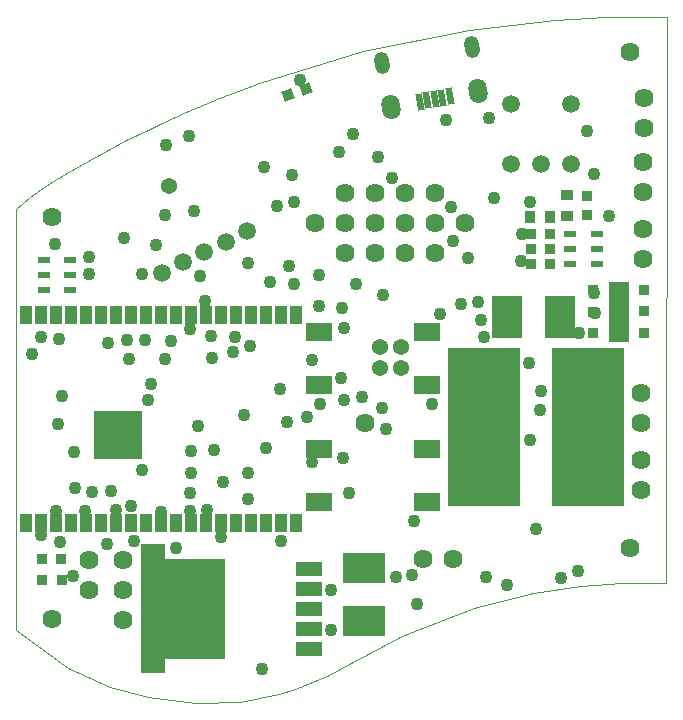
<source format=gts>
G04 Layer_Color=8388736*
%FSAX44Y44*%
%MOMM*%
G71*
G01*
G75*
%ADD36C,0.0100*%
%ADD64R,1.0320X0.6220*%
%ADD65R,0.8500X0.9000*%
%ADD66R,1.7000X5.2000*%
%ADD67R,3.5500X2.5000*%
%ADD68R,2.5000X3.5500*%
%ADD69R,0.9500X0.9500*%
%ADD70R,0.9500X0.9500*%
%ADD71P,1.2728X4X335.0*%
%ADD72R,0.9000X0.9000*%
G04:AMPARAMS|DCode=73|XSize=0.55mm|YSize=1.4mm|CornerRadius=0mm|HoleSize=0mm|Usage=FLASHONLY|Rotation=10.000|XOffset=0mm|YOffset=0mm|HoleType=Round|Shape=Rectangle|*
%AMROTATEDRECTD73*
4,1,4,-0.1493,-0.7371,-0.3924,0.6416,0.1493,0.7371,0.3924,-0.6416,-0.1493,-0.7371,0.0*
%
%ADD73ROTATEDRECTD73*%

%ADD74R,6.2000X13.4000*%
%ADD75R,0.9500X1.0000*%
%ADD76R,1.0000X0.9500*%
%ADD77R,2.2000X1.5000*%
%ADD78R,4.1000X4.1000*%
%ADD79R,1.0300X1.5500*%
%ADD80R,2.2600X1.1700*%
%ADD81R,7.0900X8.4300*%
%ADD82R,2.0100X1.3350*%
%ADD83C,1.6240*%
G04:AMPARAMS|DCode=84|XSize=1.25mm|YSize=1.9mm|CornerRadius=0mm|HoleSize=0mm|Usage=FLASHONLY|Rotation=10.000|XOffset=0mm|YOffset=0mm|HoleType=Round|Shape=Round|*
%AMOVALD84*
21,1,0.6500,1.2500,0.0000,0.0000,100.0*
1,1,1.2500,0.0564,-0.3201*
1,1,1.2500,-0.0564,0.3201*
%
%ADD84OVALD84*%

%ADD85C,0.1000*%
G04:AMPARAMS|DCode=86|XSize=1.55mm|YSize=2.1mm|CornerRadius=0mm|HoleSize=0mm|Usage=FLASHONLY|Rotation=10.000|XOffset=0mm|YOffset=0mm|HoleType=Round|Shape=Round|*
%AMOVALD86*
21,1,0.5500,1.5500,0.0000,0.0000,100.0*
1,1,1.5500,0.0478,-0.2708*
1,1,1.5500,-0.0478,0.2708*
%
%ADD86OVALD86*%

%ADD87C,1.5000*%
%ADD88P,0.1414X4X71.0*%
%ADD89C,1.3700*%
%ADD90C,1.1000*%
D36*
X00367080Y00277893D02*
X00410830Y00245893D01*
X00446080Y00229893D01*
X00478330Y00221893D01*
X00519080Y00216643D01*
X00556330Y00217643D01*
X00589080Y00224393D01*
X00603330Y00228643D01*
X00629830Y00239643D01*
X00650830Y00250143D01*
X00691580Y00272393D01*
X00702080Y00276893D01*
X00754330Y00296893D01*
X00804830Y00309393D01*
X00844830Y00315393D01*
X00879080Y00317643D01*
X00916830Y00317893D01*
X00917580Y00797643D01*
X00865080D02*
X00917580D01*
X00822830Y00795143D02*
X00865080Y00797643D01*
X00750580Y00786393D02*
X00822830Y00795143D01*
X00660830Y00768643D02*
X00750580Y00786393D01*
X00572580Y00741393D02*
X00660830Y00768643D01*
X00557080Y00735643D02*
X00572580Y00741393D01*
X00538830Y00728643D02*
X00557080Y00735643D01*
X00520830Y00721143D02*
X00538830Y00728643D01*
X00512330Y00717393D02*
X00520830Y00721143D01*
X00488580Y00706893D02*
X00512330Y00717393D01*
X00478580Y00701893D02*
X00488580Y00706893D01*
X00460080Y00692893D02*
X00478580Y00701893D01*
X00436830Y00680643D02*
X00460080Y00692893D01*
X00420330Y00671393D02*
X00436830Y00680643D01*
X00404330Y00662143D02*
X00420330Y00671393D01*
X00400080Y00659393D02*
X00404330Y00662143D01*
X00390330Y00653143D02*
X00400080Y00659393D01*
X00379080Y00644893D02*
X00390330Y00653143D01*
X00367080Y00634643D02*
X00379080Y00644893D01*
X00367080Y00277893D02*
Y00634643D01*
D64*
X00858330Y00613693D02*
D03*
Y00600893D02*
D03*
Y00588093D02*
D03*
X00836230D02*
D03*
Y00600893D02*
D03*
Y00613693D02*
D03*
X00412930Y00566193D02*
D03*
Y00578993D02*
D03*
Y00591793D02*
D03*
X00390830D02*
D03*
Y00578993D02*
D03*
Y00566193D02*
D03*
D65*
X00855330Y00566393D02*
D03*
X00898830D02*
D03*
X00855330Y00529393D02*
D03*
X00898830D02*
D03*
X00855330Y00547893D02*
D03*
X00898830Y00548393D02*
D03*
D66*
X00877080Y00547893D02*
D03*
D67*
X00661580Y00285593D02*
D03*
Y00330593D02*
D03*
D68*
X00827380Y00543593D02*
D03*
X00782380D02*
D03*
D69*
X00803230Y00600893D02*
D03*
X00818730D02*
D03*
X00803230Y00588093D02*
D03*
X00818730D02*
D03*
X00803230Y00613693D02*
D03*
X00818730D02*
D03*
D70*
X00849980Y00645443D02*
D03*
Y00629943D02*
D03*
D71*
X00597228Y00730871D02*
D03*
X00612733Y00736515D02*
D03*
D72*
X00388481Y00338693D02*
D03*
X00404981D02*
D03*
X00388997Y00320793D02*
D03*
X00405497D02*
D03*
D73*
X00708476Y00725507D02*
D03*
X00714877Y00726636D02*
D03*
X00721279Y00727764D02*
D03*
X00727680Y00728893D02*
D03*
X00734081Y00730022D02*
D03*
D74*
X00850977Y00449893D02*
D03*
X00762977D02*
D03*
D75*
X00819130Y00627793D02*
D03*
X00801630D02*
D03*
D76*
X00833480Y00646443D02*
D03*
Y00628943D02*
D03*
D77*
X00623680Y00431593D02*
D03*
X00714680D02*
D03*
X00623680Y00386593D02*
D03*
X00714680D02*
D03*
X00623680Y00530593D02*
D03*
X00714680D02*
D03*
X00623680Y00485593D02*
D03*
X00714680D02*
D03*
D78*
X00453080Y00442993D02*
D03*
D79*
X00375180Y00544893D02*
D03*
X00387880D02*
D03*
X00400580D02*
D03*
X00413280D02*
D03*
X00425980D02*
D03*
X00438680D02*
D03*
X00451380D02*
D03*
X00464080D02*
D03*
X00476780D02*
D03*
X00489480D02*
D03*
X00502180D02*
D03*
X00514880D02*
D03*
X00527580D02*
D03*
X00540280D02*
D03*
X00552980D02*
D03*
X00565680D02*
D03*
X00578380D02*
D03*
X00591080D02*
D03*
X00603780D02*
D03*
Y00368693D02*
D03*
X00591080D02*
D03*
X00578380D02*
D03*
X00565680D02*
D03*
X00552980D02*
D03*
X00540280D02*
D03*
X00527580D02*
D03*
X00514880D02*
D03*
X00502180D02*
D03*
X00489480D02*
D03*
X00476780D02*
D03*
X00464080D02*
D03*
X00451380D02*
D03*
X00438680D02*
D03*
X00425980D02*
D03*
X00413280D02*
D03*
X00400580D02*
D03*
X00387880D02*
D03*
X00375180D02*
D03*
D80*
X00614761Y00262093D02*
D03*
Y00279093D02*
D03*
Y00296093D02*
D03*
Y00313093D02*
D03*
Y00330093D02*
D03*
D81*
X00508011Y00296093D02*
D03*
D82*
X00482611Y00343918D02*
D03*
Y00248268D02*
D03*
D83*
X00662180Y00453593D02*
D03*
X00620080Y00622893D02*
D03*
X00645480D02*
D03*
X00670880D02*
D03*
X00696280D02*
D03*
X00721680D02*
D03*
X00747080D02*
D03*
X00721680Y00648293D02*
D03*
X00696280D02*
D03*
X00670880D02*
D03*
X00645480D02*
D03*
X00721680Y00597493D02*
D03*
X00696280D02*
D03*
X00670880D02*
D03*
X00645480D02*
D03*
X00457280Y00287093D02*
D03*
Y00312493D02*
D03*
Y00337893D02*
D03*
X00898080Y00617393D02*
D03*
Y00591993D02*
D03*
X00895880Y00422393D02*
D03*
Y00396993D02*
D03*
X00896380Y00478693D02*
D03*
Y00453293D02*
D03*
X00898580Y00728493D02*
D03*
Y00703093D02*
D03*
X00897780Y00674493D02*
D03*
Y00649093D02*
D03*
X00428680Y00337593D02*
D03*
Y00312193D02*
D03*
X00736680Y00338693D02*
D03*
X00711280D02*
D03*
X00887080Y00767893D02*
D03*
Y00347893D02*
D03*
X00397080Y00287893D02*
D03*
Y00627893D02*
D03*
D84*
X00676519Y00758458D02*
D03*
X00752841Y00771916D02*
D03*
D85*
X00743902Y00743431D02*
D03*
X00694662Y00734748D02*
D03*
X00493380Y00665793D02*
D03*
D86*
X00757963Y00734233D02*
D03*
X00684595Y00721296D02*
D03*
D87*
X00836980Y00723525D02*
D03*
X00786180D02*
D03*
X00836980Y00672725D02*
D03*
X00786180D02*
D03*
X00811580D02*
D03*
X00526258Y00598383D02*
D03*
X00544234Y00607151D02*
D03*
X00490306Y00580849D02*
D03*
X00508282Y00589616D02*
D03*
X00562210Y00615918D02*
D03*
D88*
X00437481Y00666344D02*
D03*
X00527360Y00710181D02*
D03*
D89*
X00496530Y00654093D02*
D03*
X00692880Y00499893D02*
D03*
Y00517893D02*
D03*
X00674880D02*
D03*
Y00499893D02*
D03*
X00877080Y00565393D02*
D03*
Y00547893D02*
D03*
Y00530393D02*
D03*
D90*
X00551880Y00525993D02*
D03*
X00565280Y00518993D02*
D03*
X00481148Y00486948D02*
D03*
X00514887Y00411193D02*
D03*
X00416448Y00398529D02*
D03*
X00387880Y00358429D02*
D03*
X00633830Y00312493D02*
D03*
X00802180Y00640893D02*
D03*
X00623144Y00552354D02*
D03*
X00771382Y00643725D02*
D03*
X00749880Y00592949D02*
D03*
X00801402Y00504093D02*
D03*
X00810380Y00464171D02*
D03*
X00810941Y00480906D02*
D03*
X00801658Y00438748D02*
D03*
X00856450Y00664391D02*
D03*
X00642920Y00550658D02*
D03*
X00431280Y00395493D02*
D03*
X00764514Y00322949D02*
D03*
X00782236Y00316393D02*
D03*
X00527064Y00556608D02*
D03*
X00514460Y00533293D02*
D03*
X00540182Y00357193D02*
D03*
X00528229Y00379971D02*
D03*
X00513907Y00378893D02*
D03*
X00400580Y00379098D02*
D03*
X00466657Y00353615D02*
D03*
X00478531Y00472644D02*
D03*
X00492880Y00507793D02*
D03*
X00464526Y00383493D02*
D03*
X00588180Y00637592D02*
D03*
X00492558Y00629506D02*
D03*
X00532080Y00526793D02*
D03*
X00550280Y00513693D02*
D03*
X00532680Y00508693D02*
D03*
X00602080Y00570893D02*
D03*
X00559980Y00460493D02*
D03*
X00520880Y00451300D02*
D03*
X00534180Y00430993D02*
D03*
X00515180Y00429693D02*
D03*
X00514180Y00393893D02*
D03*
X00461233Y00445443D02*
D03*
X00591480Y00353793D02*
D03*
X00541980Y00403293D02*
D03*
X00590302Y00482493D02*
D03*
X00703679Y00370293D02*
D03*
X00641553Y00491443D02*
D03*
X00644279Y00472593D02*
D03*
X00624479Y00469293D02*
D03*
X00677280Y00562048D02*
D03*
X00659880Y00475793D02*
D03*
X00578580Y00432415D02*
D03*
X00598005Y00586493D02*
D03*
X00581780Y00573012D02*
D03*
X00380280Y00512192D02*
D03*
X00387880Y00526693D02*
D03*
X00574980Y00244893D02*
D03*
X00633830Y00278593D02*
D03*
X00843880Y00529893D02*
D03*
X00730480Y00710393D02*
D03*
X00403580Y00524893D02*
D03*
X00485280Y00604393D02*
D03*
X00458630Y00610443D02*
D03*
X00446980Y00395593D02*
D03*
X00654680Y00571493D02*
D03*
X00652280Y00697893D02*
D03*
X00856480Y00563893D02*
D03*
X00856780Y00546493D02*
D03*
X00402727Y00452793D02*
D03*
X00473780Y00413893D02*
D03*
X00595980Y00453993D02*
D03*
X00673580Y00678993D02*
D03*
X00444980Y00521092D02*
D03*
X00640480Y00683093D02*
D03*
X00622980Y00578793D02*
D03*
X00563380Y00389193D02*
D03*
X00601980Y00640593D02*
D03*
X00494126Y00688493D02*
D03*
X00600880Y00663593D02*
D03*
X00767280Y00712093D02*
D03*
X00415032Y00324293D02*
D03*
X00607580Y00743793D02*
D03*
X00404280Y00353093D02*
D03*
X00563066Y00411193D02*
D03*
X00405880Y00476393D02*
D03*
X00736780Y00607293D02*
D03*
X00498180Y00523293D02*
D03*
X00462180Y00507793D02*
D03*
X00617680Y00420693D02*
D03*
X00842280Y00328193D02*
D03*
X00828379Y00322193D02*
D03*
X00613080Y00458493D02*
D03*
X00425180Y00379393D02*
D03*
X00517830Y00632843D02*
D03*
X00576780Y00670393D02*
D03*
X00475980Y00523593D02*
D03*
X00460980Y00523893D02*
D03*
X00522680Y00578093D02*
D03*
X00794085Y00590388D02*
D03*
X00428380Y00593693D02*
D03*
X00428680Y00580093D02*
D03*
X00735380Y00636193D02*
D03*
X00685480Y00660993D02*
D03*
X00757679Y00555792D02*
D03*
X00743779Y00554292D02*
D03*
X00762880Y00525993D02*
D03*
X00760379Y00540692D02*
D03*
X00643980Y00423593D02*
D03*
X00649080Y00393893D02*
D03*
X00794953Y00613693D02*
D03*
X00563080Y00589193D02*
D03*
X00688530Y00322943D02*
D03*
X00706480Y00299893D02*
D03*
X00701980Y00325193D02*
D03*
X00725630Y00545798D02*
D03*
X00644380Y00534193D02*
D03*
X00719180Y00469818D02*
D03*
X00473780Y00579344D02*
D03*
X00676880Y00466593D02*
D03*
X00680480Y00448193D02*
D03*
X00513180Y00696493D02*
D03*
X00415680Y00428693D02*
D03*
X00850080Y00700693D02*
D03*
X00868780Y00628493D02*
D03*
X00502680Y00348093D02*
D03*
X00489280Y00378093D02*
D03*
X00400080Y00604893D02*
D03*
X00807080Y00363493D02*
D03*
X00443480Y00350793D02*
D03*
X00451380Y00379971D02*
D03*
X00617080Y00506992D02*
D03*
X00868080Y00504093D02*
D03*
M02*

</source>
